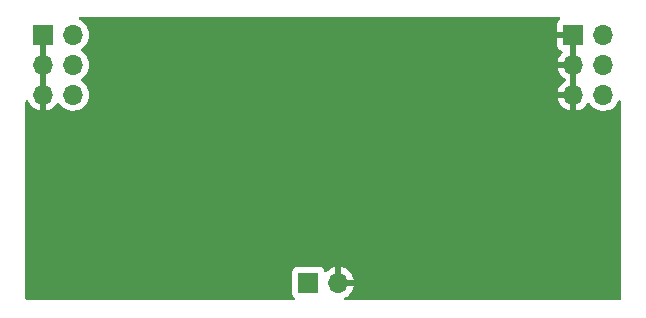
<source format=gbl>
G04 #@! TF.GenerationSoftware,KiCad,Pcbnew,(6.0.2)*
G04 #@! TF.CreationDate,2022-07-27T12:55:18+02:00*
G04 #@! TF.ProjectId,DC-DC-Converter,44432d44-432d-4436-9f6e-766572746572,rev?*
G04 #@! TF.SameCoordinates,Original*
G04 #@! TF.FileFunction,Copper,L2,Bot*
G04 #@! TF.FilePolarity,Positive*
%FSLAX46Y46*%
G04 Gerber Fmt 4.6, Leading zero omitted, Abs format (unit mm)*
G04 Created by KiCad (PCBNEW (6.0.2)) date 2022-07-27 12:55:18*
%MOMM*%
%LPD*%
G01*
G04 APERTURE LIST*
G04 #@! TA.AperFunction,ComponentPad*
%ADD10O,1.700000X1.700000*%
G04 #@! TD*
G04 #@! TA.AperFunction,ComponentPad*
%ADD11R,1.700000X1.700000*%
G04 #@! TD*
G04 APERTURE END LIST*
D10*
X107440000Y-125080000D03*
X104900000Y-125080000D03*
X107440000Y-122540000D03*
X104900000Y-122540000D03*
X107440000Y-120000000D03*
D11*
X104900000Y-120000000D03*
D10*
X62540000Y-125080000D03*
X60000000Y-125080000D03*
X62540000Y-122540000D03*
X60000000Y-122540000D03*
X62540000Y-120000000D03*
D11*
X60000000Y-120000000D03*
D10*
X84990000Y-141000000D03*
D11*
X82450000Y-141000000D03*
G04 #@! TA.AperFunction,Conductor*
G36*
X103749396Y-118528002D02*
G01*
X103795889Y-118581658D01*
X103805993Y-118651932D01*
X103776499Y-118716512D01*
X103756840Y-118734826D01*
X103694276Y-118781715D01*
X103681715Y-118794276D01*
X103605214Y-118896351D01*
X103596676Y-118911946D01*
X103551522Y-119032394D01*
X103547895Y-119047649D01*
X103542369Y-119098514D01*
X103542000Y-119105328D01*
X103542000Y-119727885D01*
X103546475Y-119743124D01*
X103547865Y-119744329D01*
X103555548Y-119746000D01*
X105028000Y-119746000D01*
X105096121Y-119766002D01*
X105142614Y-119819658D01*
X105154000Y-119872000D01*
X105154000Y-126398517D01*
X105158064Y-126412359D01*
X105171478Y-126414393D01*
X105178184Y-126413534D01*
X105188262Y-126411392D01*
X105392255Y-126350191D01*
X105401842Y-126346433D01*
X105593095Y-126252739D01*
X105601945Y-126247464D01*
X105775328Y-126123792D01*
X105783200Y-126117139D01*
X105934052Y-125966812D01*
X105940730Y-125958965D01*
X106068022Y-125781819D01*
X106069279Y-125782722D01*
X106116373Y-125739362D01*
X106186311Y-125727145D01*
X106251751Y-125754678D01*
X106279579Y-125786511D01*
X106339987Y-125885088D01*
X106486250Y-126053938D01*
X106658126Y-126196632D01*
X106851000Y-126309338D01*
X107059692Y-126389030D01*
X107064760Y-126390061D01*
X107064763Y-126390062D01*
X107159862Y-126409410D01*
X107278597Y-126433567D01*
X107283772Y-126433757D01*
X107283774Y-126433757D01*
X107496673Y-126441564D01*
X107496677Y-126441564D01*
X107501837Y-126441753D01*
X107506957Y-126441097D01*
X107506959Y-126441097D01*
X107718288Y-126414025D01*
X107718289Y-126414025D01*
X107723416Y-126413368D01*
X107728366Y-126411883D01*
X107932429Y-126350661D01*
X107932434Y-126350659D01*
X107937384Y-126349174D01*
X108137994Y-126250896D01*
X108319860Y-126121173D01*
X108478096Y-125963489D01*
X108608453Y-125782077D01*
X108621995Y-125754678D01*
X108703043Y-125590687D01*
X108751156Y-125538480D01*
X108819857Y-125520573D01*
X108887334Y-125542651D01*
X108932162Y-125597705D01*
X108942000Y-125646514D01*
X108942000Y-142366000D01*
X108921998Y-142434121D01*
X108868342Y-142480614D01*
X108816000Y-142492000D01*
X85575004Y-142492000D01*
X85506883Y-142471998D01*
X85460390Y-142418342D01*
X85450286Y-142348068D01*
X85479780Y-142283488D01*
X85519571Y-142252849D01*
X85683095Y-142172739D01*
X85691945Y-142167464D01*
X85865328Y-142043792D01*
X85873200Y-142037139D01*
X86024052Y-141886812D01*
X86030730Y-141878965D01*
X86155003Y-141706020D01*
X86160313Y-141697183D01*
X86254670Y-141506267D01*
X86258469Y-141496672D01*
X86320377Y-141292910D01*
X86322555Y-141282837D01*
X86323986Y-141271962D01*
X86321775Y-141257778D01*
X86308617Y-141254000D01*
X84862000Y-141254000D01*
X84793879Y-141233998D01*
X84747386Y-141180342D01*
X84736000Y-141128000D01*
X84736000Y-140727885D01*
X85244000Y-140727885D01*
X85248475Y-140743124D01*
X85249865Y-140744329D01*
X85257548Y-140746000D01*
X86308344Y-140746000D01*
X86321875Y-140742027D01*
X86323180Y-140732947D01*
X86281214Y-140565875D01*
X86277894Y-140556124D01*
X86192972Y-140360814D01*
X86188105Y-140351739D01*
X86072426Y-140172926D01*
X86066136Y-140164757D01*
X85922806Y-140007240D01*
X85915273Y-140000215D01*
X85748139Y-139868222D01*
X85739552Y-139862517D01*
X85553117Y-139759599D01*
X85543705Y-139755369D01*
X85342959Y-139684280D01*
X85332988Y-139681646D01*
X85261837Y-139668972D01*
X85248540Y-139670432D01*
X85244000Y-139684989D01*
X85244000Y-140727885D01*
X84736000Y-140727885D01*
X84736000Y-139683102D01*
X84732082Y-139669758D01*
X84717806Y-139667771D01*
X84679324Y-139673660D01*
X84669288Y-139676051D01*
X84466868Y-139742212D01*
X84457359Y-139746209D01*
X84268463Y-139844542D01*
X84259738Y-139850036D01*
X84089433Y-139977905D01*
X84081726Y-139984748D01*
X84004478Y-140065584D01*
X83942954Y-140101014D01*
X83872042Y-140097557D01*
X83814255Y-140056311D01*
X83795402Y-140022763D01*
X83753767Y-139911703D01*
X83750615Y-139903295D01*
X83663261Y-139786739D01*
X83546705Y-139699385D01*
X83410316Y-139648255D01*
X83348134Y-139641500D01*
X81551866Y-139641500D01*
X81489684Y-139648255D01*
X81353295Y-139699385D01*
X81236739Y-139786739D01*
X81149385Y-139903295D01*
X81098255Y-140039684D01*
X81091500Y-140101866D01*
X81091500Y-141898134D01*
X81098255Y-141960316D01*
X81149385Y-142096705D01*
X81236739Y-142213261D01*
X81243919Y-142218642D01*
X81243920Y-142218643D01*
X81306006Y-142265174D01*
X81348521Y-142322033D01*
X81353547Y-142392852D01*
X81319487Y-142455145D01*
X81257155Y-142489135D01*
X81230441Y-142492000D01*
X58634000Y-142492000D01*
X58565879Y-142471998D01*
X58519386Y-142418342D01*
X58508000Y-142366000D01*
X58508000Y-125660595D01*
X58528002Y-125592474D01*
X58581658Y-125545981D01*
X58651932Y-125535877D01*
X58716512Y-125565371D01*
X58750743Y-125613191D01*
X58781770Y-125689603D01*
X58786413Y-125698794D01*
X58897694Y-125880388D01*
X58903777Y-125888699D01*
X59043213Y-126049667D01*
X59050580Y-126056883D01*
X59214434Y-126192916D01*
X59222881Y-126198831D01*
X59406756Y-126306279D01*
X59416042Y-126310729D01*
X59615001Y-126386703D01*
X59624899Y-126389579D01*
X59728250Y-126410606D01*
X59742299Y-126409410D01*
X59746000Y-126399065D01*
X59746000Y-119872000D01*
X59766002Y-119803879D01*
X59819658Y-119757386D01*
X59872000Y-119746000D01*
X60128000Y-119746000D01*
X60196121Y-119766002D01*
X60242614Y-119819658D01*
X60254000Y-119872000D01*
X60254000Y-126398517D01*
X60258064Y-126412359D01*
X60271478Y-126414393D01*
X60278184Y-126413534D01*
X60288262Y-126411392D01*
X60492255Y-126350191D01*
X60501842Y-126346433D01*
X60693095Y-126252739D01*
X60701945Y-126247464D01*
X60875328Y-126123792D01*
X60883200Y-126117139D01*
X61034052Y-125966812D01*
X61040730Y-125958965D01*
X61168022Y-125781819D01*
X61169279Y-125782722D01*
X61216373Y-125739362D01*
X61286311Y-125727145D01*
X61351751Y-125754678D01*
X61379579Y-125786511D01*
X61439987Y-125885088D01*
X61586250Y-126053938D01*
X61758126Y-126196632D01*
X61951000Y-126309338D01*
X62159692Y-126389030D01*
X62164760Y-126390061D01*
X62164763Y-126390062D01*
X62259862Y-126409410D01*
X62378597Y-126433567D01*
X62383772Y-126433757D01*
X62383774Y-126433757D01*
X62596673Y-126441564D01*
X62596677Y-126441564D01*
X62601837Y-126441753D01*
X62606957Y-126441097D01*
X62606959Y-126441097D01*
X62818288Y-126414025D01*
X62818289Y-126414025D01*
X62823416Y-126413368D01*
X62828366Y-126411883D01*
X63032429Y-126350661D01*
X63032434Y-126350659D01*
X63037384Y-126349174D01*
X63237994Y-126250896D01*
X63419860Y-126121173D01*
X63578096Y-125963489D01*
X63708453Y-125782077D01*
X63721995Y-125754678D01*
X63805136Y-125586453D01*
X63805137Y-125586451D01*
X63807430Y-125581811D01*
X63872370Y-125368069D01*
X63875017Y-125347966D01*
X103568257Y-125347966D01*
X103598565Y-125482446D01*
X103601645Y-125492275D01*
X103681770Y-125689603D01*
X103686413Y-125698794D01*
X103797694Y-125880388D01*
X103803777Y-125888699D01*
X103943213Y-126049667D01*
X103950580Y-126056883D01*
X104114434Y-126192916D01*
X104122881Y-126198831D01*
X104306756Y-126306279D01*
X104316042Y-126310729D01*
X104515001Y-126386703D01*
X104524899Y-126389579D01*
X104628250Y-126410606D01*
X104642299Y-126409410D01*
X104646000Y-126399065D01*
X104646000Y-125352115D01*
X104641525Y-125336876D01*
X104640135Y-125335671D01*
X104632452Y-125334000D01*
X103583225Y-125334000D01*
X103569694Y-125337973D01*
X103568257Y-125347966D01*
X63875017Y-125347966D01*
X63901529Y-125146590D01*
X63903156Y-125080000D01*
X63884852Y-124857361D01*
X63874006Y-124814183D01*
X103564389Y-124814183D01*
X103565912Y-124822607D01*
X103578292Y-124826000D01*
X104627885Y-124826000D01*
X104643124Y-124821525D01*
X104644329Y-124820135D01*
X104646000Y-124812452D01*
X104646000Y-122812115D01*
X104641525Y-122796876D01*
X104640135Y-122795671D01*
X104632452Y-122794000D01*
X103583225Y-122794000D01*
X103569694Y-122797973D01*
X103568257Y-122807966D01*
X103598565Y-122942446D01*
X103601645Y-122952275D01*
X103681770Y-123149603D01*
X103686413Y-123158794D01*
X103797694Y-123340388D01*
X103803777Y-123348699D01*
X103943213Y-123509667D01*
X103950580Y-123516883D01*
X104114434Y-123652916D01*
X104122881Y-123658831D01*
X104192479Y-123699501D01*
X104241203Y-123751140D01*
X104254274Y-123820923D01*
X104227543Y-123886694D01*
X104187087Y-123920053D01*
X104178462Y-123924542D01*
X104169738Y-123930036D01*
X103999433Y-124057905D01*
X103991726Y-124064748D01*
X103844590Y-124218717D01*
X103838104Y-124226727D01*
X103718098Y-124402649D01*
X103713000Y-124411623D01*
X103623338Y-124604783D01*
X103619775Y-124614470D01*
X103564389Y-124814183D01*
X63874006Y-124814183D01*
X63830431Y-124640702D01*
X63741354Y-124435840D01*
X63620014Y-124248277D01*
X63469670Y-124083051D01*
X63465619Y-124079852D01*
X63465615Y-124079848D01*
X63298414Y-123947800D01*
X63298410Y-123947798D01*
X63294359Y-123944598D01*
X63253053Y-123921796D01*
X63203084Y-123871364D01*
X63188312Y-123801921D01*
X63213428Y-123735516D01*
X63240780Y-123708909D01*
X63284603Y-123677650D01*
X63419860Y-123581173D01*
X63578096Y-123423489D01*
X63708453Y-123242077D01*
X63721995Y-123214678D01*
X63805136Y-123046453D01*
X63805137Y-123046451D01*
X63807430Y-123041811D01*
X63872370Y-122828069D01*
X63901529Y-122606590D01*
X63903156Y-122540000D01*
X63884852Y-122317361D01*
X63830431Y-122100702D01*
X63741354Y-121895840D01*
X63620014Y-121708277D01*
X63469670Y-121543051D01*
X63465619Y-121539852D01*
X63465615Y-121539848D01*
X63298414Y-121407800D01*
X63298410Y-121407798D01*
X63294359Y-121404598D01*
X63253053Y-121381796D01*
X63203084Y-121331364D01*
X63188312Y-121261921D01*
X63213428Y-121195516D01*
X63240780Y-121168909D01*
X63304440Y-121123501D01*
X63419860Y-121041173D01*
X63566877Y-120894669D01*
X103542001Y-120894669D01*
X103542371Y-120901490D01*
X103547895Y-120952352D01*
X103551521Y-120967604D01*
X103596676Y-121088054D01*
X103605214Y-121103649D01*
X103681715Y-121205724D01*
X103694276Y-121218285D01*
X103796351Y-121294786D01*
X103811946Y-121303324D01*
X103921337Y-121344333D01*
X103978101Y-121386975D01*
X104002801Y-121453536D01*
X103987594Y-121522885D01*
X103968201Y-121549366D01*
X103844590Y-121678717D01*
X103838104Y-121686727D01*
X103718098Y-121862649D01*
X103713000Y-121871623D01*
X103623338Y-122064783D01*
X103619775Y-122074470D01*
X103564389Y-122274183D01*
X103565912Y-122282607D01*
X103578292Y-122286000D01*
X104627885Y-122286000D01*
X104643124Y-122281525D01*
X104644329Y-122280135D01*
X104646000Y-122272452D01*
X104646000Y-120272115D01*
X104641525Y-120256876D01*
X104640135Y-120255671D01*
X104632452Y-120254000D01*
X103560116Y-120254000D01*
X103544877Y-120258475D01*
X103543672Y-120259865D01*
X103542001Y-120267548D01*
X103542001Y-120894669D01*
X63566877Y-120894669D01*
X63578096Y-120883489D01*
X63708453Y-120702077D01*
X63807430Y-120501811D01*
X63872370Y-120288069D01*
X63901529Y-120066590D01*
X63903156Y-120000000D01*
X63884852Y-119777361D01*
X63830431Y-119560702D01*
X63741354Y-119355840D01*
X63620014Y-119168277D01*
X63469670Y-119003051D01*
X63465619Y-118999852D01*
X63465615Y-118999848D01*
X63298414Y-118867800D01*
X63298410Y-118867798D01*
X63294359Y-118864598D01*
X63280306Y-118856840D01*
X63166970Y-118794276D01*
X63098789Y-118756638D01*
X63093919Y-118754913D01*
X63093909Y-118754909D01*
X63087874Y-118752772D01*
X63030338Y-118711178D01*
X63004423Y-118645080D01*
X63018358Y-118575464D01*
X63067717Y-118524433D01*
X63129935Y-118508000D01*
X103681275Y-118508000D01*
X103749396Y-118528002D01*
G37*
G04 #@! TD.AperFunction*
M02*

</source>
